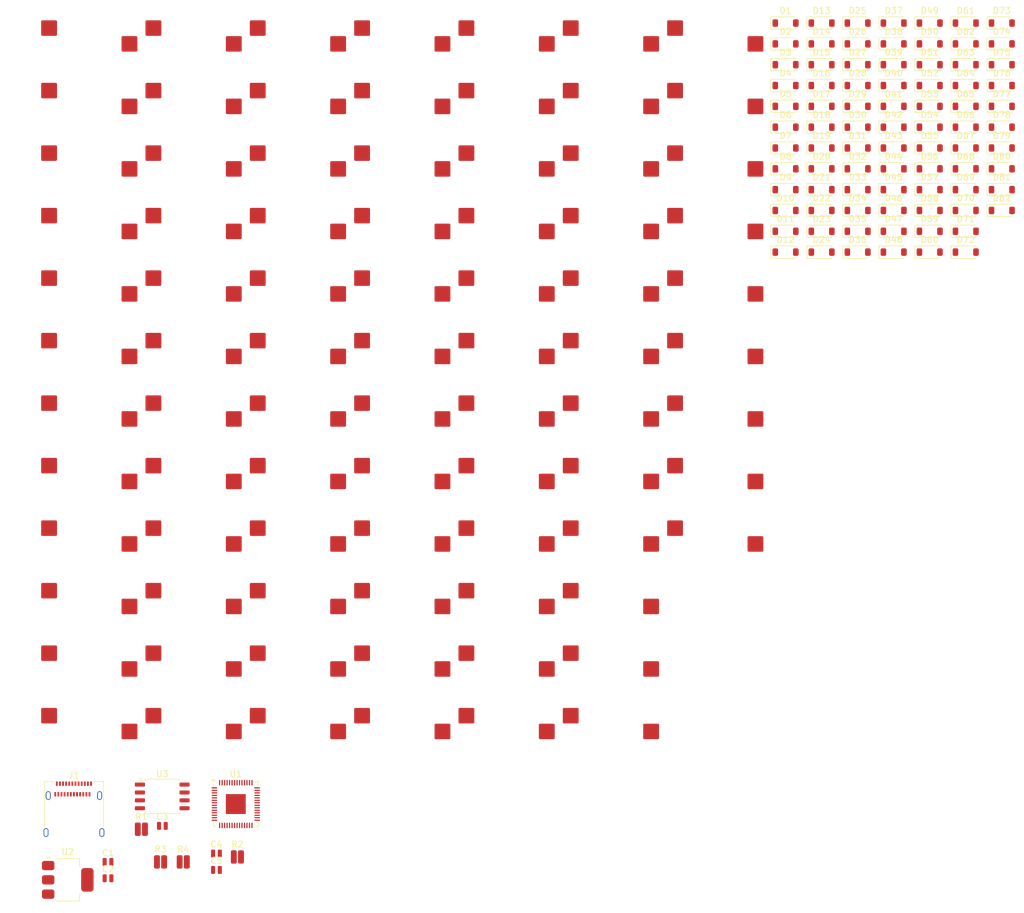
<source format=kicad_pcb>
(kicad_pcb (version 20241229) (generator "pcbnew") (generator_version "9.0")
  (layers (0 "F.Cu" signal) (2 "B.Cu" signal) (13 "F.Paste" user) (15 "B.Paste" user) (5 "F.SilkS" user "F.Silkscreen") (7 "B.SilkS" user "B.Silkscreen") (1 "F.Mask" user) (3 "B.Mask" user) (25 "Edge.Cuts" user))
  (net 0 "")
  (net 1 "GND")
  (net 2 "VBUS")
  (net 3 "+3V3")
  (net 4 "Net-(U3-VCC)")
  (net 5 "/MCU/Crystal oscillator/XIN")
  (net 6 "Net-(C5-Pad1)")
  (net 7 "/Keyboard Matrix/ROW1")
  (net 8 "Net-(D1-A)")
  (net 9 "Net-(D2-A)")
  (net 10 "Net-(D3-A)")
  (net 11 "Net-(D4-A)")
  (net 12 "Net-(D5-A)")
  (net 13 "Net-(D6-A)")
  (net 14 "Net-(D7-A)")
  (net 15 "Net-(D8-A)")
  (net 16 "Net-(D9-A)")
  (net 17 "Net-(D10-A)")
  (net 18 "Net-(D11-A)")
  (net 19 "Net-(D12-A)")
  (net 20 "Net-(D13-A)")
  (net 21 "Net-(D14-A)")
  (net 22 "Net-(D15-A)")
  (net 23 "Net-(D16-A)")
  (net 24 "/Keyboard Matrix/ROW2")
  (net 25 "Net-(D17-A)")
  (net 26 "Net-(D18-A)")
  (net 27 "Net-(D19-A)")
  (net 28 "Net-(D20-A)")
  (net 29 "Net-(D21-A)")
  (net 30 "Net-(D22-A)")
  (net 31 "Net-(D23-A)")
  (net 32 "Net-(D24-A)")
  (net 33 "Net-(D25-A)")
  (net 34 "Net-(D26-A)")
  (net 35 "Net-(D27-A)")
  (net 36 "Net-(D28-A)")
  (net 37 "Net-(D29-A)")
  (net 38 "Net-(D30-A)")
  (net 39 "/Keyboard Matrix/ROW3")
  (net 40 "Net-(D31-A)")
  (net 41 "Net-(D32-A)")
  (net 42 "Net-(D33-A)")
  (net 43 "Net-(D34-A)")
  (net 44 "Net-(D35-A)")
  (net 45 "Net-(D36-A)")
  (net 46 "Net-(D37-A)")
  (net 47 "Net-(D38-A)")
  (net 48 "Net-(D39-A)")
  (net 49 "Net-(D40-A)")
  (net 50 "Net-(D41-A)")
  (net 51 "Net-(D42-A)")
  (net 52 "Net-(D43-A)")
  (net 53 "Net-(D44-A)")
  (net 54 "Net-(D45-A)")
  (net 55 "/Keyboard Matrix/ROW4")
  (net 56 "Net-(D46-A)")
  (net 57 "Net-(D47-A)")
  (net 58 "Net-(D48-A)")
  (net 59 "Net-(D49-A)")
  (net 60 "Net-(D50-A)")
  (net 61 "Net-(D51-A)")
  (net 62 "Net-(D52-A)")
  (net 63 "Net-(D53-A)")
  (net 64 "Net-(D54-A)")
  (net 65 "Net-(D55-A)")
  (net 66 "Net-(D56-A)")
  (net 67 "Net-(D57-A)")
  (net 68 "Net-(D58-A)")
  (net 69 "Net-(D59-A)")
  (net 70 "Net-(D60-A)")
  (net 71 "/Keyboard Matrix/ROW5")
  (net 72 "Net-(D61-A)")
  (net 73 "Net-(D62-A)")
  (net 74 "Net-(D63-A)")
  (net 75 "Net-(D64-A)")
  (net 76 "Net-(D65-A)")
  (net 77 "Net-(D66-A)")
  (net 78 "Net-(D67-A)")
  (net 79 "Net-(D68-A)")
  (net 80 "Net-(D69-A)")
  (net 81 "Net-(D70-A)")
  (net 82 "Net-(D71-A)")
  (net 83 "Net-(D72-A)")
  (net 84 "Net-(D73-A)")
  (net 85 "Net-(D74-A)")
  (net 86 "/Keyboard Matrix/ROW6")
  (net 87 "Net-(D75-A)")
  (net 88 "Net-(D76-A)")
  (net 89 "Net-(D77-A)")
  (net 90 "Net-(D78-A)")
  (net 91 "Net-(D79-A)")
  (net 92 "Net-(D80-A)")
  (net 93 "Net-(D81-A)")
  (net 94 "Net-(D82-A)")
  (net 97 "Net-(R1-Pad2)")
  (net 98 "/MCU/Crystal oscillator/XOUT")
  (net 99 "/Keyboard Matrix/COL2")
  (net 100 "/Keyboard Matrix/COL3")
  (net 101 "/Keyboard Matrix/COL4")
  (net 102 "/Keyboard Matrix/COL5")
  (net 103 "/Keyboard Matrix/COL6")
  (net 104 "/Keyboard Matrix/COL7")
  (net 105 "/Keyboard Matrix/COL8")
  (net 106 "/Keyboard Matrix/COL9")
  (net 107 "/Keyboard Matrix/COL10")
  (net 108 "/Keyboard Matrix/COL11")
  (net 109 "/Keyboard Matrix/COL12")
  (net 110 "/Keyboard Matrix/COL13")
  (net 111 "/Keyboard Matrix/COL14")
  (net 112 "/Keyboard Matrix/COL15")
  (net 113 "/Keyboard Matrix/COL16")
  (net 114 "/Keyboard Matrix/COL1")
  (net 115 "Net-(U1-IOVDD-Pad1)")
  (net 116 "/MCU/XIN")
  (net 135 "Net-(U1-DVDD-Pad23)")
  (net 147 "/MCU/XOUT")
  (net 158 "/MCU/USB + Power/USB_D+")
  (net 159 "/MCU/USB + Power/USB_D-")
  (net 160 "/MCU/Memory/QSPI_SS")
  (net 161 "/MCU/USB_D+")
  (net 162 "Net-(U1-USB_DP)")
  (net 163 "/MCU/USB_D-")
  (net 164 "Net-(U1-USB_DM)")
  (net 165 "/MCU/QSPI_SCLK")
  (net 166 "/MCU/QSPI_SD2")
  (net 167 "/MCU/QSPI_SD0")
  (net 168 "/MCU/QSPI_SD3")
  (net 169 "/MCU/QSPI_SD1")
  (net 170 "/MCU/QSPI_SS")
  (net 171 "/MCU/Memory/QSPI_SD1")
  (net 172 "/MCU/Memory/QSPI_SCLK")
  (net 173 "/MCU/Memory/QSPI_SD0")
  (net 174 "/MCU/Memory/QSPI_SD3")
  (net 175 "/MCU/Memory/QSPI_SD2")
  (footprint "MX_Hotswap:MX-Hotswap-1U" (layer "F.Cu") (at -126.3985 19.1385)
    (property "Reference" "SW49")
    (property "Value" "SW_Push_45deg")
  )
  (footprint "MX_Hotswap:MX-Hotswap-1U" (layer "F.Cu") (at -109.6215 49.3107)
    (property "Reference" "SW64")
    (property "Value" "SW_Push_45deg")
  )
  (footprint "Diode_SMD:D_SOD-123" (layer "F.Cu") (at -63.535 33.35)
    (property "Reference" "D43")
    (property "Value" "1N4148W")
  )
  (footprint "MX_Hotswap:MX-Hotswap-1U" (layer "F.Cu") (at -159.9525 39.2533)
    (property "Reference" "SW27")
    (property "Value" "SW_Push_45deg")
  )
  (footprint "MX_Hotswap:MX-Hotswap-1U" (layer "F.Cu") (at -92.8445 89.5403)
    (property "Reference" "SW80")
    (property "Value" "SW_Push_45deg")
  )
  (footprint "MX_Hotswap:MX-Hotswap-1U" (layer "F.Cu") (at -92.8445 29.1959)
    (property "Reference" "SW74")
    (property "Value" "SW_Push_45deg")
  )
  (footprint "MX_Hotswap:MX-Hotswap-1U" (layer "F.Cu") (at -159.9525 129.7699)
    (property "Reference" "SW36")
    (property "Value" "SW_Push_45deg")
  )
  (footprint "MX_Hotswap:MX-Hotswap-1U" (layer "F.Cu") (at -109.6215 99.5977)
    (property "Reference" "SW69")
    (property "Value" "SW_Push_45deg")
  )
  (footprint "Diode_SMD:D_SOD-123" (layer "F.Cu") (at -75.125 30)
    (property "Reference" "D18")
    (property "Value" "1N4148W")
  )
  (footprint "MX_Hotswap:MX-Hotswap-1U" (layer "F.Cu") (at -109.6215 79.4829)
    (property "Reference" "SW67")
    (property "Value" "SW_Push_45deg")
  )
  (footprint "Diode_SMD:D_SOD-123" (layer "F.Cu") (at -80.92 36.7)
    (property "Reference" "D8")
    (property "Value" "1N4148W")
  )
  (footprint "Resistor_SMD:R_0508_1220Metric" (layer "F.Cu") (at -184.505 142.96)
    (property "Reference" "R1")
    (property "Value" "1K")
  )
  (footprint "Diode_SMD:D_SOD-123" (layer "F.Cu") (at -51.945 33.35)
    (property "Reference" "D67")
    (property "Value" "1N4148W")
  )
  (footprint "Diode_SMD:D_SOD-123" (layer "F.Cu") (at -69.33 23.3)
    (property "Reference" "D28")
    (property "Value" "1N4148W")
  )
  (footprint "MX_Hotswap:MX-Hotswap-1U" (layer "F.Cu") (at -92.8445 79.4829)
    (property "Reference" "SW79")
    (property "Value" "SW_Push_45deg")
  )
  (footprint "MX_Hotswap:MX-Hotswap-1U" (layer "F.Cu") (at -126.3985 39.2533)
    (property "Reference" "SW51")
    (property "Value" "SW_Push_45deg")
  )
  (footprint "Diode_SMD:D_SOD-123" (layer "F.Cu") (at -69.33 13.25)
    (property "Reference" "D25")
    (property "Value" "1N4148W")
  )
  (footprint "Resistor_SMD:R_0508_1220Metric" (layer "F.Cu") (at -181.425 148.22)
    (property "Reference" "R3")
    (property "Value" "27")
  )
  (footprint "Diode_SMD:D_SOD-123" (layer "F.Cu") (at -69.33 36.7)
    (property "Reference" "D32")
    (property "Value" "1N4148W")
  )
  (footprint "MX_Hotswap:MX-Hotswap-1U" (layer "F.Cu") (at -176.7295 39.2533)
    (property "Reference" "SW15")
    (property "Value" "SW_Push_45deg")
  )
  (footprint "MX_Hotswap:MX-Hotswap-1U" (layer "F.Cu") (at -92.8445 39.2533)
    (property "Reference" "SW75")
    (property "Value" "SW_Push_45deg")
  )
  (footprint "MX_Hotswap:MX-Hotswap-1U" (layer "F.Cu") (at -159.9525 59.3681)
    (property "Reference" "SW29")
    (property "Value" "SW_Push_45deg")
  )
  (footprint "Diode_SMD:D_SOD-123" (layer "F.Cu") (at -46.15 13.25)
    (property "Reference" "D73")
    (property "Value" "1N4148W")
  )
  (footprint "Capacitor_SMD:C_0504_1310Metric" (layer "F.Cu") (at -181.135 142.42)
    (property "Reference" "C3")
    (property "Value" "100n")
  )
  (footprint "MX_Hotswap:MX-Hotswap-1U" (layer "F.Cu") (at -143.1755 119.7125)
    (property "Reference" "SW47")
    (property "Value" "SW_Push_45deg")
  )
  (footprint "Diode_SMD:D_SOD-123" (layer "F.Cu") (at -46.15 43.4)
    (property "Reference" "D82")
    (property "Value" "1N4148W")
  )
  (footprint "Diode_SMD:D_SOD-123" (layer "F.Cu") (at -69.33 43.4)
    (property "Reference" "D34")
    (property "Value" "1N4148W")
  )
  (footprint "MX_Hotswap:MX-Hotswap-1U" (layer "F.Cu") (at -176.7295 99.5977)
    (property "Reference" "SW21")
    (property "Value" "SW_Push_45deg")
  )
  (footprint "MX_Hotswap:MX-Hotswap-1U" (layer "F.Cu") (at -126.3985 49.3107)
    (property "Reference" "SW52")
    (property "Value" "SW_Push_45deg")
  )
  (footprint "MX_Hotswap:MX-Hotswap-1U" (layer "F.Cu") (at -193.5065 29.1959)
    (property "Reference" "SW2")
    (property "Value" "SW_Push_45deg")
  )
  (footprint "MX_Hotswap:MX-Hotswap-1U" (layer "F.Cu") (at -143.1755 79.4829)
    (property "Reference" "SW43")
    (property "Value" "SW_Push_45deg")
  )
  (footprint "MX_Hotswap:MX-Hotswap-1U" (layer "F.Cu") (at -109.6215 39.2533)
    (property "Reference" "SW63")
    (property "Value" "SW_Push_45deg")
  )
  (footprint "MX_Hotswap:MX-Hotswap-1U" (layer "F.Cu") (at -193.5065 39.2533)
    (property "Reference" "SW3")
    (property "Value" "SW_Push_45deg")
  )
  (footprint "Diode_SMD:D_SOD-123" (layer "F.Cu") (at -75.125 33.35)
    (property "Reference" "D19")
    (property "Value" "1N4148W")
  )
  (footprint "Diode_SMD:D_SOD-123" (layer "F.Cu") (at -51.945 50.1)
    (property "Reference" "D72")
    (property "Value" "1N4148W")
  )
  (footprint "Diode_SMD:D_SOD-123" (layer "F.Cu") (at -57.74 19.95)
    (property "Reference" "D51")
    (property "Value" "1N4148W")
  )
  (footprint "Diode_SMD:D_SOD-123" (layer "F.Cu") (at -80.92 16.6)
    (property "Reference" "D2")
    (property "Value" "1N4148W")
  )
  (footprint "MX_Hotswap:MX-Hotswap-1U" (layer "F.Cu") (at -126.3985 59.3681)
    (property "Reference" "SW53")
    (property "Value" "SW_Push_45deg")
  )
  (footprint "MX_Hotswap:MX-Hotswap-1U" (layer "F.Cu") (at -126.3985 129.7699)
    (property "Reference" "SW60")
    (property "Value" "SW_Push_45deg")
  )
  (footprint "MX_Hotswap:MX-Hotswap-1U" (layer "F.Cu") (at -92.8445 99.5977)
    (property "Reference" "SW81")
    (property "Value" "SW_Push_45deg")
  )
  (footprint "Diode_SMD:D_SOD-123" (layer "F.Cu") (at -51.945 13.25)
    (property "Reference" "D61")
    (property "Value" "1N4148W")
  )
  (footprint "Capacitor_SMD:C_0504_1310Metric" (layer "F.Cu") (at -172.435 146.88)
    (property "Reference" "C4")
    (property "Value" "15p")
  )
  (footprint "Diode_SMD:D_SOD-123" (layer "F.Cu") (at -63.535 30)
    (property "Reference" "D42")
    (property "Value" "1N4148W")
  )
  (footprint "Diode_SMD:D_SOD-123" (layer "F.Cu") (at -63.535 43.4)
    (property "Reference" "D46")
    (property "Value" "1N4148W")
  )
  (footprint "Diode_SMD:D_SOD-123" (layer "F.Cu") (at -69.33 26.65)
    (property "Reference" "D29")
    (property "Value" "1N4148W")
  )
  (footprint "MX_Hotswap:MX-Hotswap-1U" (layer "F.Cu") (at -176.7295 29.1959)
    (property "Reference" "SW14")
    (property "Value" "SW_Push_45deg")
  )
  (footprint "MX_Hotswap:MX-Hotswap-1U" (layer "F.Cu") (at -92.8445 19.1385)
    (property "Reference" "SW73")
    (property "Value" "SW_Push_45deg")
  )
  (footprint "Diode_SMD:D_SOD-123" (layer "F.Cu") (at -63.535 36.7)
    (property "Reference" "D44")
    (property "Value" "1N4148W")
  )
  (footprint "MX_Hotswap:MX-Hotswap-1U" (layer "F.Cu") (at -109.6215 29.1959)
    (property "Reference" "SW62")
    (property "Value" "SW_Push_45deg")
  )
  (footprint "Diode_SMD:D_SOD-123" (layer "F.Cu") (at -69.33 33.35)
    (property "Reference" "D31")
    (property "Value" "1N4148W")
  )
  (footprint "Diode_SMD:D_SOD-123" (layer "F.Cu") (at -75.125 13.25)
    (property "Reference" "D13")
    (property "Value" "1N4148W")
  )
  (footprint "MX_Hotswap:MX-Hotswap-1U" (layer "F.Cu") (at -176.7295 89.5403)
    (property "Reference" "SW20")
    (property "Value" "SW_Push_45deg")
  )
  (footprint "MX_Hotswap:MX-Hotswap-1U" (layer "F.Cu") (at -159.9525 49.3107)
    (property "Reference" "SW28")
    (property "Value" "SW_Push_45deg")
  )
  (footprint "Diode_SMD:D_SOD-123" (layer "F.Cu") (at -46.15 36.7)
    (property "Reference" "D80")
    (property "Value" "1N4148W")
  )
  (footprint "Resistor_SMD:R_0508_1220Metric" (layer "F.Cu") (at -169.065 147.42)
    (property "Reference" "R2")
    (property "Value" "1k")
  )
  (footprint "MX_Hotswap:MX-Hotswap-1U" (layer "F.Cu") (at -126.3985 99.5977)
    (property "Reference" "SW57")
    (property "Value" "SW_Push_45deg")
  )
  (footprint "Diode_SMD:D_SOD-123" (layer "F.Cu") (at -75.125 46.75)
    (property "Reference" "D23")
    (property "Value" "1N4148W")
  )
  (footprint "Diode_SMD:D_SOD-123" (layer "F.Cu") (at -46.15 40.05)
    (property "Reference" "D81")
    (property "Value" "1N4148W")
  )
  (footprint "Capacitor_SMD:C_0504_1310Metric" (layer "F.Cu") (at -189.875 148.22)
    (property "Reference" "C1")
    (property "Value" "10u")
  )
  (footprint "MX_Hotswap:MX-Hotswap-1U" (layer "F.Cu") (at -143.1755 29.1959)
    (property "Reference" "SW38")
    (property "Value" "SW_Push_45deg")
  )
  (footprint "MX_Hotswap:MX-Hotswap-1U" (layer "F.Cu") (at -159.9525 19.1385)
    (property "Reference" "SW25")
    (property "Value" "SW_Push_45deg")
  )
  (footprint "Diode_SMD:D_SOD-123" (layer "F.Cu") (at -51.945 30)
    (property "Reference" "D66")
    (property "Value" "1N4148W")
  )
  (footprint "MX_Hotswap:MX-Hotswap-1U" (layer "F.Cu") (at -193.5065 19.1385)
    (property "Reference" "SW1")
    (property "Value" "SW_Push_45deg")
  )
  (footprint "Capacitor_SMD:C_0504_1310Metric" (layer "F.Cu") (at -189.875 150.85)
    (property "Reference" "C2")
    (property "Value" "10u")
  )
  (footprint "Diode_SMD:D_SOD-123" (layer "F.Cu") (at -69.33 30)
    (property "Reference" "D30")
    (property "Value" "1N4148W")
  )
  (footprint "Diode_SMD:D_SOD-123" (layer "F.Cu") (at -80.92 43.4)
    (property "Reference" "D10")
    (property "Value" "1N4148W")
  )
  (footprint "Resistor_SMD:R_0508_1220Metric" (layer "F.Cu") (at -177.775 148.22)
    (property "Reference" "R4")
    (property "Value" "27")
  )
  (footprint "MX_Hotswap:MX-Hotswap-1U" (layer "F.Cu") (at -143.1755 19.1385)
    (property "Reference" "SW37")
    (property "Value" "SW_Push_45deg")
  )
  (footprint "MX_Hotswap:MX-Hotswap-1U" (layer "F.Cu") (at -92.8445 49.3107)
    (property "Reference" "SW76")
    (property "Value" "SW_Push_45deg")
  )
  (footprint "Diode_SMD:D_SOD-123" (layer "F.Cu") (at -51.945 36.7)
    (property "Reference" "D68")
    (property "Value" "1N4148W")
  )
  (footprint "Diode_SMD:D_SOD-123" (layer "F.Cu") (at -51.945 43.4)
    (property "Reference" "D70")
    (property "Value" "1N4148W")
  )
  (footprint "MX_Hotswap:MX-Hotswap-1U" (layer "F.Cu") (at -126.3985 119.7125)
    (property "Reference" "SW59")
    (property "Value" "SW_Push_45deg")
  )
  (footprint "Diode_SMD:D_SOD-123" (layer "F.Cu") (at -46.15 33.35)
    (property "Reference" "D79")
    (property "Value" "1N4148W")
  )
  (footprint "Package_DFN_QFN:QFN-56-1EP_7x7mm_P0.4mm_EP3.2x3.2mm" (layer "F.Cu") (at -169.325 138.91)
    (property "Reference" "U1")
    (property "Value" "RP2040")
  )
  (footprint "MX_Hotswap:MX-Hotswap-1U" (layer "F.Cu") (at -126.3985 69.4255)
    (property "Reference" "SW54")
    (property "Value" "SW_Push_45deg")
  )
  (footprint "MX_Hotswap:MX-Hotswap-1U" (layer "F.Cu") (at -143.1755 49.3107)
    (property "Reference" "SW40")
    (property "Value" "SW_Push_45deg")
  )
  (footprint "MX_Hotswap:MX-Hotswap-1U" (layer "F.Cu") (at -193.5065 49.3107)
    (property "Reference" "SW4")
    (property "Value" "SW_Push_45deg")
  )
  (footprint "Diode_SMD:D_SOD-123" (layer "F.Cu") (at -51.945 40.05)
    (property "Reference" "D69")
    (property "Value" "1N4148W")
  )
  (footprint "Diode_SMD:D_SOD-123" (layer "F.Cu") (at -57.74 13.25)
    (property "Reference" "D49")
    (property "Value" "1N4148W")
  )
  (footprint "Diode_SMD:D_SOD-123" (layer "F.Cu") (at -75.125 23.3)
    (property "Reference" "D16")
    (property "Value" "1N4148W")
  )
  (footprint "Diode_SMD:D_SOD-123" (layer "F.Cu") (at -80.92 26.65)
    (property "Reference" "D5")
    (property "Value" "1N4148W")
  )
  (footprint "Diode_SMD:D_SOD-123" (layer "F.Cu") (at -46.15 23.3)
    (property "Reference" "D76")
    (property "Value" "1N4148W")
  )
  (footprint "MX_Hotswap:MX-Hotswap-1U" (layer "F.Cu") (at -193.5065 79.4829)
    (property "Reference" "SW7")
    (property "Value" "SW_Push_45deg")
  )
  (footprint "MX_Hotswap:MX-Hotswap-1U" (layer "F.Cu") (at -176.7295 49.3107)
    (property "Reference" "SW16")
    (property "Value" "SW_Push_45deg")
  )
  (footprint "MX_Hotswap:MX-Hotswap-1U" (layer "F.Cu") (at -143.1755 39.2533)
    (property "Reference" "SW39")
    (property "Value" "SW_Push_45deg")
  )
  (footprint "MX_Hotswap:MX-Hotswap-1U" (layer "F.Cu") (at -109.6215 109.6551)
    (property "Reference" "SW70")
    (property "Value" "SW_Push_45deg")
  )
  (footprint "Diode_SMD:D_SOD-123" (layer "F.Cu") (at -75.125 50.1)
    (property "Reference" "D24")
    (property "Value" "1N4148W")
  )
  (footprint "Diode_SMD:D_SOD-123" (layer "F.Cu") (at -51.945 26.65)
    (property "Reference" "D65")
    (property "Value" "1N4148W")
  )
  (footprint "Diode_SMD:D_SOD-123" (layer "F.Cu") (at -63.535 23.3)
    (property "Reference" "D40")
    (property "Value" "1N4148W")
  )
  (footprint "MX_Hotswap:MX-Hotswap-1U" (layer "F.Cu") (at -193.5065 69.4255)
    (property "Reference" "SW6")
    (property "Value" "SW_Push_45deg")
  )
  (footprint "Diode_SMD:D_SOD-123" (layer "F.Cu") (at -51.945 16.6)
    (property "Reference" "D62")
    (property "Value" "1N4148W")
  )
  (footprint "Diode_SMD:D_SOD-123" (layer "F.Cu") (at -63.535 46.75)
    (property "Reference" "D47")
    (property "Value" "1N4148W")
  )
  (footprint "Diode_SMD:D_SOD-123" (layer "F.Cu") (at -75.125 36.7)
    (property "Reference" "D20")
    (property "Value" "1N4148W")
  )
  (footprint "MX_Hotswap:MX-Hotswap-1U" (layer "F.Cu") (at -109.6215 89.5403)
    (property "Reference" "SW68")
    (property "Value" "SW_Push_45deg")
  )
  (footprint "Diode_SMD:D_SOD-123" (layer "F.Cu") (at -63.535 40.05)
    (property "Reference" "D45")
    (property "Value" "1N4148W")
  )
  (footprint "MX_Hotswap:MX-Hotswap-1U" (layer "F.Cu") (at -143.1755 69.4255)
    (property "Reference" "SW42")
    (property "Value" "SW_Push_45deg")
  )
  (footprint "Diode_SMD:D_SOD-123" (layer "F.Cu") (at -46.15 30)
    (property "Reference" "D78")
    (property "Value" "1N4148W")
  )
  (footprint "MX_Hotswap:MX-Hotswap-1U" (layer "F.Cu") (at -193.5065 119.7125)
    (property "Reference" "SW11")
    (property "Value" "SW_Push_45deg")
  )
  (footprint "Diode_SMD:D_SOD-123" (layer "F.Cu") (at -75.125 26.65)
    (property "Reference" "D17")
    (property "Value" "1N4148W")
  )
  (footprint "MX_Hotswap:MX-Hotswap-1U" (layer "F.Cu") (at -109.6215 69.4255)
    (property "Reference" "SW66")
    (property "Value" "SW_Push_45deg")
  )
  (footprint "MX_Hotswap:MX-Hotswap-1U" (layer "F.Cu") (at -126.3985 79.4829)
    (property "Reference" "SW55")
    (property "Value" "SW_Push_45deg")
  )
  (footprint "MX_Hotswap:MX-Hotswap-1U" (layer "F.Cu") (at -193.5065 89.5403)
    (property "Reference" "SW8")
    (property "Value" "SW_Push_45deg")
  )
  (footprint "Package_SO:SOIC-8_5.3x5.3mm_P1.27mm" (layer "F.Cu") (at -181.155 137.68)
    (property "Reference" "U3")
    (property "Value" "W25Q128JVS")
  )
  (footprint "MX_Hotswap:MX-Hotswap-1U" (layer "F.Cu") (at -176.7295 119.7125)
    (property "Reference" "SW23")
    (property "Value" "SW_Push_45deg")
  )
  (footprint "Diode_SMD:D_SOD-123" (layer "F.Cu") (at -63.535 50.1)
    (property "Reference" "D48")
    (property "Value" "1N4148W")
  )
  (footprint "Diode_SMD:D_SOD-123" (layer "F.Cu") (at -46.15 26.65)
    (property "Reference" "D77")
    (property "Value" "1N4148W")
  )
  (footprint "MX_Hotswap:MX-Hotswap-1U" (layer "F.Cu") (at -126.3985 89.5403)
    (property "Reference" "SW56")
    (property "Value" "SW_Push_45deg")
  )
  (footprint "Diode_SMD:D_SOD-123" (layer "F.Cu") (at -63.535 19.95)
    (property "Reference" "D39")
    (property "Value" "1N4148W")
  )
  (footprint "MX_Hotswap:MX-Hotswap-1U" (layer "F.Cu") (at -143.1755 109.6551)
    (property "Reference" "SW46")
    (property "Value" "SW_Push_45deg")
  )
  (footprint "MX_Hotswap:MX-Hotswap-1U" (layer "F.Cu") (at -176.7295 69.4255)
    (property "Reference" "SW18")
    (property "Value" "SW_Push_45deg")
  )
  (footprint "Diode_SMD:D_SOD-123" (layer "F.Cu") (at -75.125 43.4)
    (property "Reference" "D22")
    (property "Value" "1N4148W")
  )
  (footprint "Diode_SMD:D_SOD-123" (layer "F.Cu") (at -80.92 40.05)
    (property "Reference" "D9")
    (property "Value" "1N4148W")
  )
  (footprint "Diode_SMD:D_SOD-123" (layer "F.Cu") (at -80.92 13.25)
    (property "Reference" "D1")
    (property "Value" "1N4148W")
  )
  (footprint "Diode_SMD:D_SOD-123" (layer "F.Cu") (at -63.535 13.25)
    (property "Reference" "D37")
    (property "Value" "1N4148W")
  )
  (footprint "Diode_SMD:D_SOD-123" (layer "F.Cu") (at -57.74 40.05)
    (property "Reference" "D57")
    (property "Value" "1N4148W")
  )
  (footprint "MX_Hotswap:MX-Hotswap-1U" (layer "F.Cu") (at -109.6215 119.7125)
    (property "Reference" "SW71")
    (property "Value" "SW_Push_45deg")
  )
  (footprint "Diode_SMD:D_SOD-123" (layer "F.Cu") (at -63.535 16.6)
    (property "Reference" "D38")
    (property "Value" "1N4148W")
  )
  (footprint "MX_Hotswap:MX-Hotswap-1U" (layer "F.Cu") (at -109.6215 129.7699)
    (property "Reference" "SW72")
    (property "Value" "SW_Push_45deg")
  )
  (footprint "MX_Hotswap:MX-Hotswap-1U" (layer "F.Cu") (at -159.9525 69.4255)
    (property "Reference" "SW30")
    (property "Value" "SW_Push_45deg")
  )
  (footprint "Diode_SMD:D_SOD-123" (layer "F.Cu") (at -69.33 19.95)
    (property "Reference" "D27")
    (property "Value" "1N4148W")
  )
  (footprint "Diode_SMD:D_SOD-123" (layer "F.Cu") (at -69.33 40.05)
    (property "Reference" "D33")
    (property "Value" "1N4148W")
  )
  (footprint "Diode_SMD:D_SOD-123" (layer "F.Cu") (at -80.92 19.95)
    (property "Reference" "D3")
    (property "Value" "1N4148W")
  )
  (footprint "MX_Hotswap:MX-Hotswap-1U" (layer "F.Cu") (at -143.1755 89.5403)
    (property "Reference" "SW44")
    (property "Value" "SW_Push_45deg")
  )
  (footprint "Diode_SMD:D_SOD-123" (layer "F.Cu") (at -57.74 43.4)
    (property "Reference" "D58")
    (property "Value" "1N4148W")
  )
  (footprint "Diode_SMD:D_SOD-123" (layer "F.Cu") (at -51.945 19.95)
    (property "Reference" "D63")
    (property "Value" "1N4148W")
  )
  (footprint "MX_Hotswap:MX-Hotswap-1U" (layer "F.Cu") (at -159.9525 89.5403)
    (property "Reference" "SW32")
    (property "Value" "SW_Push_45deg")
  )
  (footprint "Diode_SMD:D_SOD-123" (layer "F.Cu") (at -57.74 46.75)
    (property "Reference" "D59")
    (property "Value" "1N4148W")
  )
  (footprint "Diode_SMD:D_SOD-123" (layer "F.Cu") (at -63.535 26.65)
    (property "Reference" "D41")
    (property "Value" "1N4148W")
  )
  (footprint "Diode_SMD:D_SOD-123" (layer "F.Cu") (at -57.74 26.65)
    (property "Reference" "D53")
    (property "Value" "1N4148W")
  )
  (footprint "Diode_SMD:D_SOD-123" (layer "F.Cu") (at -51.945 23.3)
    (property "Reference" "D64")
    (property "Value" "1N4148W")
  )
  (footprint "MX_Hotswap:MX-Hotswap-1U" (layer "F.Cu") (at -143.1755 99.5977)
    (property "Reference" "SW45")
    (property "Value" "SW_Push_45deg")
  )
  (footprint "MX_Hotswap:MX-Hotswap-1U" (layer "F.Cu") (at -109.6215 19.1385)
    (property "Reference" "SW61")
    (property "Value" "SW_Push_45deg")
  )
  (footprint "Connector_USB:USB_C_Receptacle_Amphenol_12401610E4-2A" (layer "F.Cu") (at -195.355 140.65)
    (property "Reference" "J1")
    (property "Value" "USB_C_Receptacle_USB2.0_14P")
  )
  (footprint "MX_Hotswap:MX-Hotswap-1U" (layer "F.Cu") (at -176.7295 59.3681)
    (property "Reference" "SW17")
    (property "Value" "SW_Push_45deg")
  )
  (footprint "Diode_SMD:D_SOD-123" (layer "F.Cu") (at -80.92 30)
    (property "Reference" "D6")
    (property "Value" "1N4148W")
  )
  (footprint "Diode_SMD:D_SOD-123" (layer "F.Cu") (at -75.125 40.05)
    (property "Reference" "D21")
    (property "Value" "1N4148W")
  )
  (footprint "MX_Hotswap:MX-Hotswap-1U" (layer "F.Cu") (at -193.5065 59.3681)
    (property "Reference" "SW5")
    (property "Value" "SW_Push_45deg")
  )
  (footprint "Diode_SMD:D_SOD-123" (layer "F.Cu") (at -57.74 36.7)
    (property "Reference" "D56")
    (property "Value" "1N4148W")
  )
  (footprint "Diode_SMD:D_SOD-123" (layer "F.Cu") (at -57.74 33.35)
    (property "Reference" "D55")
    (property "Value" "1N4148W")
  )
  (footprint "MX_Hotswap:MX-Hotswap-1U" (layer "F.Cu") (at -159.9525 109.6551)
    (property "Reference" "SW34")
    (property "Value" "SW_Push_45deg")
  )
  (footprint "Diode_SMD:D_SOD-123" (layer "F.Cu") (at -80.92 46.75)
    (property "Reference" "D11")
    (property "Value" "1N4148W")
  )
  (footprint "Diode_SMD:D_SOD-123" (layer "F.Cu") (at -75.125 19.95)
    (property "Reference" "D15")
    (property "Value" "1N4148W")
  )
  (footprint "Diode_SMD:D_SOD-123" (layer "F.Cu") (at -57.74 30)
    (property "Reference" "D54")
    (property "Value" "1N4148W")
  )
  (footprint "Diode_SMD:D_SOD-123" (layer "F.Cu") (at -80.92 23.3)
    (property "Reference" "D4")
    (property "Value" "1N4148W")
  )
  (footprint "Diode_SMD:D_SOD-123" (layer "F.Cu") (at -69.33 16.6)
    (property "Reference" "D26")
    (property "Value" "1N4148W")
  )
  (footprint "MX_Hotswap:MX-Hotswap-1U" (layer "F.Cu") (at -92.8445 69.4255)
    (property "Reference" "SW78")
    (property "Value" "SW_Push_45deg")
  )
  (footprint "MX_Hotswap:MX-Hotswap-1U" (layer "F.Cu") (at -176.7295 79.4829)
    (property "Reference" "SW19")
    (property "Value" "SW_Push_45deg")
  )
  (footprint "Diode_SMD:D_SOD-123" (layer "F.Cu") (at -57.74 16.6)
    (property "Reference" "D50")
    (property "Value" "1N4148W")
  )
  (footprint "MX_Hotswap:MX-Hotswap-1U" (layer "F.Cu") (at -143.1755 129.7699)
    (property "Reference" "SW48")
    (property "Value" "SW_Push_45deg")
  )
  (footprint "Diode_SMD:D_SOD-123" (layer "F.Cu") (at -46.15 19.95)
    (property "Reference" "D75")
    (property "Value" "1N4148W")
  )
  (footprint "Package_TO_SOT_SMD:SOT-223-3_TabPin2" (layer "F.Cu") (at -196.345 151.105)
    (property "Reference" "U2")
    (property "Value" "NCP1117-3.3_SOT223")
  )
  (footprint "Diode_SMD:D_SOD-123" (layer "F.Cu") (at -80.92 33.35)
    (property "Reference" "D7")
    (property "Value" "1N4148W")
  )
  (footprint "MX_Hotswap:MX-Hotswap-1U" (layer "F.Cu") (at -176.7295 19.1385)
    (property "Reference" "SW13")
    (property "Value" "SW_Push_45deg")
  )
  (footprint "Diode_SMD:D_SOD-123" (layer "F.Cu") (at -75.125 16.6)
    (property "Reference" "D14")
    (property "Value" "1N4148W")
  )
  (footprint "MX_Hotswap:MX-Hotswap-1U" (layer "F.Cu") (at -126.3985 29.1959)
    (property "Reference" "SW50")
    (property "Value" "SW_Push_45deg")
  )
  (footprint "MX_Hotswap:MX-Hotswap-1U" (layer "F.Cu") (at -193.5065 129.7699)
    (property "Reference" "SW12")
    (property "Value" "SW_Push_45deg")
  )
  (footprint "Diode_SMD:D_SOD-123" (layer "F.Cu") (at -57.74 23.3)
    (property "Reference" "D52")
    (property "Value" "1N4148W")
  )
  (footprint "MX_Hotswap:MX-Hotswap-1U" (layer "F.Cu") (at -176.7295 129.7699)
    (property "Reference" "SW24")
    (property "Value" "SW_Push_45deg")
  )
  (footprint "MX_Hotswap:MX-Hotswap-1U" (layer "F.Cu") (at -92.8445 59.3681)
    (property "Reference" "SW77")
    (property "Value" "SW_Push_45deg")
  )
  (footprint "MX_Hotswap:MX-Hotswap-1U" (layer "F.Cu") (at -176.7295 109.6551)
    (property "Reference" "SW22")
    (property "Value" "SW_Push_45deg")
  )
  (footprint "Diode_SMD:D_SOD-123" (layer "F.Cu") (at -57.74 50.1)
    (property "Reference" "D60")
    (property "Value" "1N4148W")
  )
  (footprint "Capacitor_SMD:C_0504_1310Metric" (layer "F.Cu") (at -172.435 149.51)
    (property "Reference" "C5")
    (property "Value" "15p")
  )
  (footprint "MX_Hotswap:MX-Hotswap-1U" (layer "F.Cu") (at -159.9525 99.5977)
    (property "Reference" "SW33")
    (property "Value" "SW_Push_45deg")
  )
  (footprint "MX_Hotswap:MX-Hotswap-1U" (layer "F.Cu") (at -126.3985 109.6551)
    (property "Reference" "SW58")
    (property "Value" "SW_Push_45deg")
  )
  (footprint "Diode_SMD:D_SOD-123" (layer "F.Cu") (at -69.33 46.75)
    (property "Reference" "D35")
    (property "Value" "1N4148W")
  )
  (footprint "MX_Hotswap:MX-Hotswap-1U" (layer "F.Cu") (at -143.1755 59.3681)
    (property "Reference" "SW41")
    (property "Value" "SW_Push_45deg")
  )
  (footprint "MX_Hotswap:MX-Hotswap-1U" (layer "F.Cu") (at -193.5065 109.6551)
    (property "Reference" "SW10")
    (property "Value" "SW_Push_45deg")
  )
  (footprint "MX_Hotswap:MX-Hotswap-1U" (layer "F.Cu") (at -159.9525 79.4829)
    (property "Reference" "SW31")
    (property "Value" "SW_Push_45deg")
  )
  (footprint "MX_Hotswap:MX-Hotswap-1U" (layer "F.Cu") (at -109.6215 59.3681)
    (property "Reference" "SW65")
    (property "Value" "SW_Push_45deg")
  )
  (footprint "MX_Hotswap:MX-Hotswap-1U" (layer "F.Cu") (at -159.9525 119.7125)
    (property "Reference" "SW35")
    (property "Value" "SW_Push_45deg")
  )
  (footprint "MX_Hotswap:MX-Hotswap-1U" (layer "F.Cu") (at -159.9525 29.1959)
    (property "Reference" "SW26")
    (property "Value" "SW_Push_45deg")
  )
  (footprint "MX_Hotswap:MX-Hotswap-1U" (layer "F.Cu") (at -193.5065 99.5977)
    (property "Reference" "SW9")
    (property "Value" "SW_Push_45deg")
  )
  (footprint "Diode_SMD:D_SOD-123" (layer "F.Cu") (at -46.15 16.6)
    (property "Reference" "D74")
    (property "Value" "1N4148W")
  )
  (footprint "Diode_SMD:D_SOD-123" (layer "F.Cu") (at -69.33 50.1)
    (property "Reference" "D36")
    (property "Value" "1N4148W")
  )
  (footprint "Diode_SMD:D_SOD-123" (layer "F.Cu") (at -80.92 50.1)
    (property "Reference" "D12")
    (property "Value" "1N4148W")
  )
  (footprint "Diode_SMD:D_SOD-123" (layer "F.Cu") (at -51.945 46.75)
    (property "Reference" "D71")
    (property "Value" "1N4148W")
  )
)
</source>
